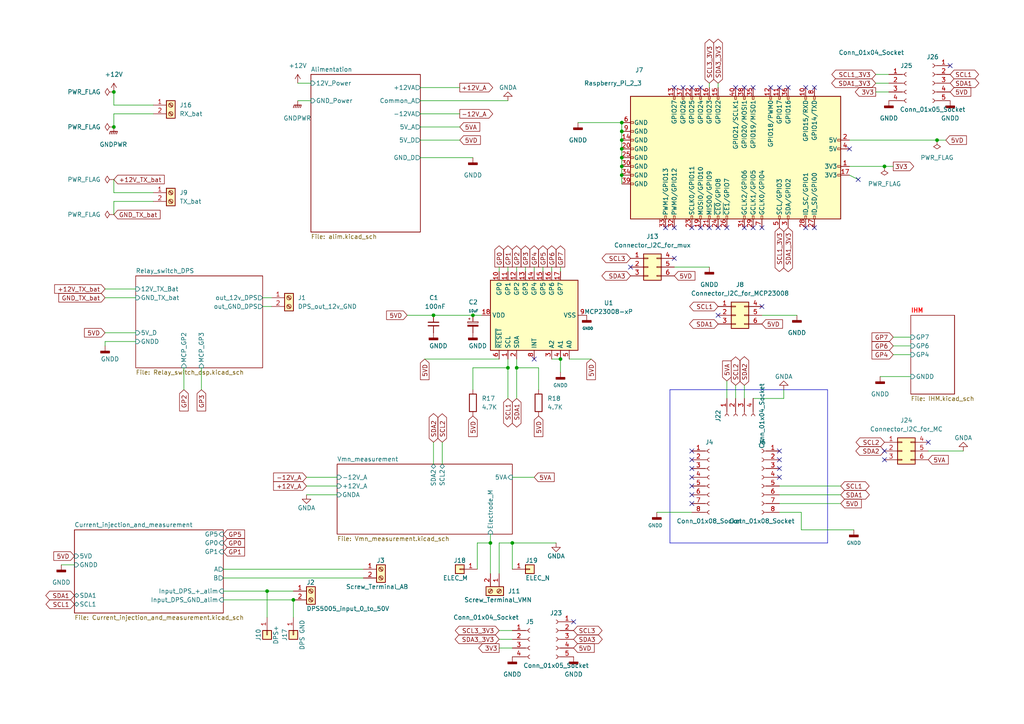
<source format=kicad_sch>
(kicad_sch (version 20231120) (generator "eeschema") (generator_version "8.0")
  (paper "A4")
  (title_block (title "Ohmpi_measurement_board") (company "OhmPi team"))
  (lib_symbols
    (symbol "+12V_1" (power) (pin_names (offset 0))
      (property "Value" "+12V_1" (at 0 3.556 0))
      (symbol "+12V_1_1_1"
        (pin power_in line (at 0 0 90) (length 0) hide (name "+12V") (number "1"))
      )
    )
    (symbol "Connector:Conn_01x04_Socket" (pin_names (offset 1.016) hide)
      (property "Reference" "J" (at 0 5.08 0))
      (property "Value" "Conn_01x04_Socket" (at 0 -7.62 0))
      (symbol "Conn_01x04_Socket_1_1"
        (pin passive line (at -5.08 2.54 0) (length 3.81) (name "Pin_1") (number "1"))
        (pin passive line (at -5.08 0 0) (length 3.81) (name "Pin_2") (number "2"))
        (pin passive line (at -5.08 -2.54 0) (length 3.81) (name "Pin_3") (number "3"))
        (pin passive line (at -5.08 -5.08 0) (length 3.81) (name "Pin_4") (number "4"))
      )
    )
    (symbol "Connector:Conn_01x05_Socket" (pin_names (offset 1.016) hide)
      (property "Reference" "J" (at 0 7.62 0))
      (property "Value" "Conn_01x05_Socket" (at 0 -7.62 0))
      (symbol "Conn_01x05_Socket_1_1"
        (pin passive line (at -5.08 5.08 0) (length 3.81) (name "Pin_1") (number "1"))
        (pin passive line (at -5.08 2.54 0) (length 3.81) (name "Pin_2") (number "2"))
        (pin passive line (at -5.08 0 0) (length 3.81) (name "Pin_3") (number "3"))
        (pin passive line (at -5.08 -2.54 0) (length 3.81) (name "Pin_4") (number "4"))
        (pin passive line (at -5.08 -5.08 0) (length 3.81) (name "Pin_5") (number "5"))
      )
    )
    (symbol "Connector:Conn_01x08_Socket" (pin_names (offset 1.016) hide)
      (property "Reference" "J" (at 0 10.16 0))
      (property "Value" "Conn_01x08_Socket" (at 0 -12.7 0))
      (symbol "Conn_01x08_Socket_1_1"
        (pin passive line (at -5.08 7.62 0) (length 3.81) (name "Pin_1") (number "1"))
        (pin passive line (at -5.08 5.08 0) (length 3.81) (name "Pin_2") (number "2"))
        (pin passive line (at -5.08 2.54 0) (length 3.81) (name "Pin_3") (number "3"))
        (pin passive line (at -5.08 0 0) (length 3.81) (name "Pin_4") (number "4"))
        (pin passive line (at -5.08 -2.54 0) (length 3.81) (name "Pin_5") (number "5"))
        (pin passive line (at -5.08 -5.08 0) (length 3.81) (name "Pin_6") (number "6"))
        (pin passive line (at -5.08 -7.62 0) (length 3.81) (name "Pin_7") (number "7"))
        (pin passive line (at -5.08 -10.16 0) (length 3.81) (name "Pin_8") (number "8"))
      )
    )
    (symbol "Connector:Raspberry_Pi_2_3" (pin_names (offset 1.016))
      (property "Reference" "J" (at -17.78 31.75 0))
      (property "Value" "Raspberry_Pi_2_3" (at 10.16 -31.75 0))
      (symbol "Raspberry_Pi_2_3_1_1"
        (pin power_in line (at 2.54 33.02 270) (length 2.54) (name "3V3") (number "1"))
        (pin bidirectional line (at -20.32 20.32 0) (length 2.54) (name "GPIO15/RXD") (number "10"))
        (pin bidirectional line (at -20.32 12.7 0) (length 2.54) (name "GPIO17") (number "11"))
        (pin bidirectional line (at -20.32 10.16 0) (length 2.54) (name "GPIO18/PWM0") (number "12"))
        (pin bidirectional line (at -20.32 -17.78 0) (length 2.54) (name "GPIO27") (number "13"))
        (pin power_in line (at -5.08 -33.02 90) (length 2.54) (name "GND") (number "14"))
        (pin bidirectional line (at -20.32 -5.08 0) (length 2.54) (name "GPIO22") (number "15"))
        (pin bidirectional line (at -20.32 -7.62 0) (length 2.54) (name "GPIO23") (number "16"))
        (pin power_in line (at 5.08 33.02 270) (length 2.54) (name "3V3") (number "17"))
        (pin bidirectional line (at -20.32 -10.16 0) (length 2.54) (name "GPIO24") (number "18"))
        (pin bidirectional line (at 20.32 -10.16 180) (length 2.54) (name "MOSI0/GPIO10") (number "19"))
        (pin power_in line (at -5.08 33.02 270) (length 2.54) (name "5V") (number "2"))
        (pin power_in line (at -2.54 -33.02 90) (length 2.54) (name "GND") (number "20"))
        (pin bidirectional line (at 20.32 -7.62 180) (length 2.54) (name "MISO0/GPIO9") (number "21"))
        (pin bidirectional line (at -20.32 -12.7 0) (length 2.54) (name "GPIO25") (number "22"))
        (pin bidirectional line (at 20.32 -12.7 180) (length 2.54) (name "SCLK0/GPIO11") (number "23"))
        (pin bidirectional line (at 20.32 -5.08 180) (length 2.54) (name "~{CE0}/GPIO8") (number "24"))
        (pin power_in line (at 0 -33.02 90) (length 2.54) (name "GND") (number "25"))
        (pin bidirectional line (at 20.32 -2.54 180) (length 2.54) (name "~{CE1}/GPIO7") (number "26"))
        (pin bidirectional line (at 20.32 22.86 180) (length 2.54) (name "ID_SD/GPIO0") (number "27"))
        (pin bidirectional line (at 20.32 20.32 180) (length 2.54) (name "ID_SC/GPIO1") (number "28"))
        (pin bidirectional line (at 20.32 5.08 180) (length 2.54) (name "GCLK1/GPIO5") (number "29"))
        (pin bidirectional line (at 20.32 15.24 180) (length 2.54) (name "SDA/GPIO2") (number "3"))
        (pin power_in line (at 2.54 -33.02 90) (length 2.54) (name "GND") (number "30"))
        (pin bidirectional line (at 20.32 2.54 180) (length 2.54) (name "GCLK2/GPIO6") (number "31"))
        (pin bidirectional line (at 20.32 -17.78 180) (length 2.54) (name "PWM0/GPIO12") (number "32"))
        (pin bidirectional line (at 20.32 -20.32 180) (length 2.54) (name "PWM1/GPIO13") (number "33"))
        (pin power_in line (at 5.08 -33.02 90) (length 2.54) (name "GND") (number "34"))
        (pin bidirectional line (at -20.32 5.08 0) (length 2.54) (name "GPIO19/MISO1") (number "35"))
        (pin bidirectional line (at -20.32 15.24 0) (length 2.54) (name "GPIO16") (number "36"))
        (pin bidirectional line (at -20.32 -15.24 0) (length 2.54) (name "GPIO26") (number "37"))
        (pin bidirectional line (at -20.32 2.54 0) (length 2.54) (name "GPIO20/MOSI1") (number "38"))
        (pin power_in line (at 7.62 -33.02 90) (length 2.54) (name "GND") (number "39"))
        (pin power_in line (at -2.54 33.02 270) (length 2.54) (name "5V") (number "4"))
        (pin bidirectional line (at -20.32 0 0) (length 2.54) (name "GPIO21/SCLK1") (number "40"))
        (pin bidirectional line (at 20.32 12.7 180) (length 2.54) (name "SCL/GPIO3") (number "5"))
        (pin power_in line (at -10.16 -33.02 90) (length 2.54) (name "GND") (number "6"))
        (pin bidirectional line (at 20.32 7.62 180) (length 2.54) (name "GCLK0/GPIO4") (number "7"))
        (pin bidirectional line (at -20.32 22.86 0) (length 2.54) (name "GPIO14/TXD") (number "8"))
        (pin power_in line (at -7.62 -33.02 90) (length 2.54) (name "GND") (number "9"))
      )
    )
    (symbol "Connector:Screw_Terminal_01x02" (pin_names (offset 1.016) hide)
      (property "Reference" "J" (at 0 2.54 0))
      (property "Value" "Screw_Terminal_01x02" (at 0 -5.08 0))
      (symbol "Screw_Terminal_01x02_1_1"
        (pin passive line (at -5.08 0 0) (length 3.81) (name "Pin_1") (number "1"))
        (pin passive line (at -5.08 -2.54 0) (length 3.81) (name "Pin_2") (number "2"))
      )
    )
    (symbol "Connector_Generic:Conn_01x01" (pin_names (offset 1.016) hide)
      (property "Reference" "J" (at 0 2.54 0))
      (property "Value" "Conn_01x01" (at 0 -2.54 0))
      (symbol "Conn_01x01_1_1"
        (pin passive line (at -5.08 0 0) (length 3.81) (name "Pin_1") (number "1"))
      )
    )
    (symbol "Connector_Generic:Conn_02x03_Top_Bottom" (pin_names (offset 1.016) hide)
      (property "Reference" "J" (at 1.27 5.08 0))
      (property "Value" "Conn_02x03_Top_Bottom" (at 1.27 -5.08 0))
      (symbol "Conn_02x03_Top_Bottom_1_1"
        (pin passive line (at -5.08 2.54 0) (length 3.81) (name "Pin_1") (number "1"))
        (pin passive line (at -5.08 0 0) (length 3.81) (name "Pin_2") (number "2"))
        (pin passive line (at -5.08 -2.54 0) (length 3.81) (name "Pin_3") (number "3"))
        (pin passive line (at 7.62 2.54 180) (length 3.81) (name "Pin_4") (number "4"))
        (pin passive line (at 7.62 0 180) (length 3.81) (name "Pin_5") (number "5"))
        (pin passive line (at 7.62 -2.54 180) (length 3.81) (name "Pin_6") (number "6"))
      )
    )
    (symbol "Device:C_Polarized_Small" (pin_numbers hide) (pin_names (offset 0.254) hide)
      (property "Reference" "C" (at 0.254 1.778 0))
      (property "Value" "C_Polarized_Small" (at 0.254 -2.032 0))
      (symbol "C_Polarized_Small_1_1"
        (pin passive line (at 0 2.54 270) (length 1.8542) (name "~") (number "1"))
        (pin passive line (at 0 -2.54 90) (length 1.8542) (name "~") (number "2"))
      )
    )
    (symbol "Device:C_Small" (pin_numbers hide) (pin_names (offset 0.254) hide)
      (property "Reference" "C" (at 0.254 1.778 0))
      (property "Value" "C_Small" (at 0.254 -2.032 0))
      (symbol "C_Small_1_1"
        (pin passive line (at 0 2.54 270) (length 2.032) (name "~") (number "1"))
        (pin passive line (at 0 -2.54 90) (length 2.032) (name "~") (number "2"))
      )
    )
    (symbol "Device:R" (pin_numbers hide) (pin_names (offset 0))
      (property "Reference" "R" (at 2.032 0 90))
      (property "Value" "R" (at 0 0 90))
      (symbol "R_1_1"
        (pin passive line (at 0 3.81 270) (length 1.27) (name "~") (number "1"))
        (pin passive line (at 0 -3.81 90) (length 1.27) (name "~") (number "2"))
      )
    )
    (symbol "GNDA_1" (power) (pin_names (offset 0))
      (property "Value" "GNDA_1" (at 0 -3.81 0))
      (symbol "GNDA_1_1_1"
        (pin power_in line (at 0 0 270) (length 0) hide (name "GNDA") (number "1"))
      )
    )
    (symbol "GNDA_2" (power) (pin_names (offset 0))
      (property "Value" "GNDA_2" (at 0 -3.81 0))
      (symbol "GNDA_2_1_1"
        (pin power_in line (at 0 0 270) (length 0) hide (name "GNDA") (number "1"))
      )
    )
    (symbol "GNDA_3" (power) (pin_names (offset 0))
      (property "Value" "GNDA_3" (at 0 -3.81 0))
      (symbol "GNDA_3_1_1"
        (pin power_in line (at 0 0 270) (length 0) hide (name "GNDA") (number "1"))
      )
    )
    (symbol "GNDA_4" (power) (pin_names (offset 0))
      (property "Value" "GNDA_4" (at 0 -3.81 0))
      (symbol "GNDA_4_1_1"
        (pin power_in line (at 0 0 270) (length 0) hide (name "GNDA") (number "1"))
      )
    )
    (symbol "GNDD_1" (power) (pin_names (offset 0))
      (property "Value" "GNDD_1" (at 0 -3.175 0))
      (symbol "GNDD_1_1_1"
        (pin power_in line (at 0 0 270) (length 0) hide (name "GNDD") (number "1"))
      )
    )
    (symbol "GNDD_10" (power) (pin_names (offset 0))
      (property "Value" "GNDD_10" (at 0 -3.175 0))
      (symbol "GNDD_10_1_1"
        (pin power_in line (at 0 0 270) (length 0) hide (name "GNDD") (number "1"))
      )
    )
    (symbol "GNDD_2" (power) (pin_names (offset 0))
      (property "Value" "GNDD_2" (at 0 -3.175 0))
      (symbol "GNDD_2_1_1"
        (pin power_in line (at 0 0 270) (length 0) hide (name "GNDD") (number "1"))
      )
    )
    (symbol "GNDD_3" (power) (pin_names (offset 0))
      (property "Value" "GNDD_3" (at 0 -3.175 0))
      (symbol "GNDD_3_1_1"
        (pin power_in line (at 0 0 270) (length 0) hide (name "GNDD") (number "1"))
      )
    )
    (symbol "GNDD_4" (power) (pin_names (offset 0))
      (property "Value" "GNDD_4" (at 0 -3.175 0))
      (symbol "GNDD_4_1_1"
        (pin power_in line (at 0 0 270) (length 0) hide (name "GNDD") (number "1"))
      )
    )
    (symbol "GNDD_5" (power) (pin_names (offset 0))
      (property "Value" "GNDD_5" (at 0 -3.175 0))
      (symbol "GNDD_5_1_1"
        (pin power_in line (at 0 0 270) (length 0) hide (name "GNDD") (number "1"))
      )
    )
    (symbol "GNDD_6" (power) (pin_names (offset 0))
      (property "Value" "GNDD_6" (at 0 -3.175 0))
      (symbol "GNDD_6_1_1"
        (pin power_in line (at 0 0 270) (length 0) hide (name "GNDD") (number "1"))
      )
    )
    (symbol "GNDD_7" (power) (pin_names (offset 0))
      (property "Value" "GNDD_7" (at 0 -3.175 0))
      (symbol "GNDD_7_1_1"
        (pin power_in line (at 0 0 270) (length 0) hide (name "GNDD") (number "1"))
      )
    )
    (symbol "GNDD_8" (power) (pin_names (offset 0))
      (property "Value" "GNDD_8" (at 0 -3.175 0))
      (symbol "GNDD_8_1_1"
        (pin power_in line (at 0 0 270) (length 0) hide (name "GNDD") (number "1"))
      )
    )
    (symbol "GNDD_9" (power) (pin_names (offset 0))
      (property "Value" "GNDD_9" (at 0 -3.175 0))
      (symbol "GNDD_9_1_1"
        (pin power_in line (at 0 0 270) (length 0) hide (name "GNDD") (number "1"))
      )
    )
    (symbol "GNDPWR_1" (power) (pin_names (offset 0))
      (property "Value" "GNDPWR_1" (at 0 -3.302 0))
      (symbol "GNDPWR_1_1_1"
        (pin power_in line (at 0 0 270) (length 0) hide (name "GNDPWR") (number "1"))
      )
    )
    (symbol "Interface_Expansion:MCP23008-xP"
      (property "Reference" "U" (at -8.89 13.97 0))
      (property "Value" "MCP23008-xP" (at 8.89 13.97 0))
      (symbol "MCP23008-xP_1_1"
        (pin input line (at -12.7 7.62 0) (length 2.54) (name "SCL") (number "1"))
        (pin bidirectional line (at 12.7 10.16 180) (length 2.54) (name "GP0") (number "10"))
        (pin bidirectional line (at 12.7 7.62 180) (length 2.54) (name "GP1") (number "11"))
        (pin bidirectional line (at 12.7 5.08 180) (length 2.54) (name "GP2") (number "12"))
        (pin bidirectional line (at 12.7 2.54 180) (length 2.54) (name "GP3") (number "13"))
        (pin bidirectional line (at 12.7 0 180) (length 2.54) (name "GP4") (number "14"))
        (pin bidirectional line (at 12.7 -2.54 180) (length 2.54) (name "GP5") (number "15"))
        (pin bidirectional line (at 12.7 -5.08 180) (length 2.54) (name "GP6") (number "16"))
        (pin bidirectional line (at 12.7 -7.62 180) (length 2.54) (name "GP7") (number "17"))
        (pin power_in line (at 0 15.24 270) (length 2.54) (name "VDD") (number "18"))
        (pin bidirectional line (at -12.7 5.08 0) (length 2.54) (name "SDA") (number "2"))
        (pin input line (at -12.7 -5.08 0) (length 2.54) (name "A2") (number "3"))
        (pin input line (at -12.7 -7.62 0) (length 2.54) (name "A1") (number "4"))
        (pin input line (at -12.7 -10.16 0) (length 2.54) (name "A0") (number "5"))
        (pin input line (at -12.7 10.16 0) (length 2.54) (name "~{RESET}") (number "6"))
        (pin no_connect line (at -10.16 -2.54 0) (length 2.54) hide (name "NC") (number "7"))
        (pin output line (at -12.7 0 0) (length 2.54) (name "INT") (number "8"))
        (pin power_in line (at 0 -15.24 90) (length 2.54) (name "VSS") (number "9"))
      )
    )
    (symbol "PWR_FLAG_1" (power) (pin_numbers hide) (pin_names (offset 0) hide)
      (property "Value" "PWR_FLAG_1" (at 0 3.81 0))
      (symbol "PWR_FLAG_1_0_0"
        (pin power_out line (at 0 0 90) (length 0) (name "pwr") (number "1"))
      )
    )
    (symbol "PWR_FLAG_2" (power) (pin_numbers hide) (pin_names (offset 0) hide)
      (property "Value" "PWR_FLAG_2" (at 0 3.81 0))
      (symbol "PWR_FLAG_2_0_0"
        (pin power_out line (at 0 0 90) (length 0) (name "pwr") (number "1"))
      )
    )
    (symbol "power:+12V" (power) (pin_names (offset 0))
      (property "Value" "+12V" (at 0 3.556 0))
      (symbol "+12V_1_1"
        (pin power_in line (at 0 0 90) (length 0) hide (name "+12V") (number "1"))
      )
    )
    (symbol "power:GNDA" (power) (pin_names (offset 0))
      (property "Value" "GNDA" (at 0 -3.81 0))
      (symbol "GNDA_1_1"
        (pin power_in line (at 0 0 270) (length 0) hide (name "GNDA") (number "1"))
      )
    )
    (symbol "power:GNDD" (power) (pin_names (offset 0))
      (property "Value" "GNDD" (at 0 -3.175 0))
      (symbol "GNDD_1_1"
        (pin power_in line (at 0 0 270) (length 0) hide (name "GNDD") (number "1"))
      )
    )
    (symbol "power:GNDPWR" (power) (pin_names (offset 0))
      (property "Value" "GNDPWR" (at 0 -3.302 0))
      (symbol "GNDPWR_1_1"
        (pin power_in line (at 0 0 270) (length 0) hide (name "GNDPWR") (number "1"))
      )
    )
    (symbol "power:PWR_FLAG" (power) (pin_numbers hide) (pin_names (offset 0) hide)
      (property "Value" "PWR_FLAG" (at 0 3.81 0))
      (symbol "PWR_FLAG_0_0"
        (pin power_out line (at 0 0 90) (length 0) (name "pwr") (number "1"))
      )
    )
  )
  (junction (at 180.34 45.72))
  (junction (at 149.86 106.68))
  (junction (at 85.09 173.99))
  (junction (at 256.54 48.26))
  (junction (at 125.73 91.44))
  (junction (at 148.59 157.48))
  (junction (at 180.34 40.64))
  (junction (at 137.16 91.44))
  (junction (at 180.34 38.1))
  (junction (at 33.02 36.83))
  (junction (at 180.34 48.26))
  (junction (at 162.56 104.14))
  (junction (at 33.02 26.67))
  (junction (at 77.47 171.45))
  (junction (at 180.34 50.8))
  (junction (at 180.34 35.56))
  (junction (at 271.78 40.64))
  (junction (at 180.34 43.18))
  (junction (at 142.24 157.48))
  (junction (at 147.32 106.68))
  (no_connect (at 200.66 140.97))
  (no_connect (at 200.66 135.89))
  (no_connect (at 200.66 138.43))
  (no_connect (at 200.66 130.81))
  (no_connect (at 200.66 133.35))
  (no_connect (at 200.66 143.51))
  (no_connect (at 200.66 146.05))
  (no_connect (at 154.94 104.14))
  (no_connect (at 269.24 128.27))
  (no_connect (at 248.92 52.07))
  (no_connect (at 246.38 43.18))
  (no_connect (at 182.88 77.47))
  (no_connect (at 195.58 74.93))
  (no_connect (at 256.54 130.81))
  (no_connect (at 275.59 19.05))
  (no_connect (at 166.37 180.34))
  (no_connect (at 220.98 88.9))
  (no_connect (at 208.28 91.44))
  (no_connect (at 226.06 138.43))
  (no_connect (at 226.06 130.81))
  (no_connect (at 226.06 133.35))
  (no_connect (at 226.06 135.89))
  (no_connect (at 223.52 25.4))
  (no_connect (at 226.06 25.4))
  (no_connect (at 228.6 25.4))
  (no_connect (at 233.68 25.4))
  (no_connect (at 236.22 25.4))
  (no_connect (at 195.58 25.4))
  (no_connect (at 198.12 25.4))
  (no_connect (at 200.66 25.4))
  (no_connect (at 203.2 25.4))
  (no_connect (at 213.36 25.4))
  (no_connect (at 215.9 25.4))
  (no_connect (at 218.44 25.4))
  (no_connect (at 233.68 66.04))
  (no_connect (at 236.22 66.04))
  (no_connect (at 210.82 66.04))
  (no_connect (at 215.9 66.04))
  (no_connect (at 218.44 66.04))
  (no_connect (at 220.98 66.04))
  (no_connect (at 200.66 66.04))
  (no_connect (at 203.2 66.04))
  (no_connect (at 205.74 66.04))
  (no_connect (at 208.28 66.04))
  (no_connect (at 195.58 66.04))
  (no_connect (at 193.04 66.04))
  (no_connect (at 256.54 133.35))
  (wire (pts (xy 138.43 157.48) (xy 138.43 165.1)))
  (wire (pts (xy 44.45 58.42) (xy 33.02 58.42)))
  (wire (pts (xy 208.28 24.13) (xy 208.28 25.4)))
  (wire (pts (xy 33.02 55.88) (xy 33.02 52.07)))
  (wire (pts (xy 121.92 40.64) (xy 133.35 40.64)))
  (wire (pts (xy 148.59 157.48) (xy 144.78 157.48)))
  (wire (pts (xy 147.32 106.68) (xy 147.32 104.14)))
  (wire (pts (xy 33.02 58.42) (xy 33.02 62.23)))
  (wire (pts (xy 53.34 106.68) (xy 53.34 113.03)))
  (wire (pts (xy 44.45 30.48) (xy 33.02 30.48)))
  (polyline (pts (xy 194.31 157.48) (xy 240.03 157.48)))
  (wire (pts (xy 64.77 171.45) (xy 77.47 171.45)))
  (polyline (pts (xy 194.31 113.03) (xy 240.03 113.03)))
  (wire (pts (xy 30.48 99.06) (xy 30.48 100.33)))
  (wire (pts (xy 220.98 91.44) (xy 231.14 91.44)))
  (wire (pts (xy 247.65 153.67) (xy 232.41 153.67)))
  (wire (pts (xy 144.78 77.47) (xy 144.78 78.74)))
  (wire (pts (xy 190.5 148.59) (xy 200.66 148.59)))
  (wire (pts (xy 180.34 50.8) (xy 180.34 53.34)))
  (wire (pts (xy 30.48 96.52) (xy 39.37 96.52)))
  (wire (pts (xy 226.06 146.05) (xy 243.84 146.05)))
  (wire (pts (xy 144.78 182.88) (xy 148.59 182.88)))
  (wire (pts (xy 33.02 30.48) (xy 33.02 26.67)))
  (wire (pts (xy 162.56 107.95) (xy 162.56 104.14)))
  (wire (pts (xy 274.32 40.64) (xy 271.78 40.64)))
  (wire (pts (xy 64.77 165.1) (xy 105.41 165.1)))
  (wire (pts (xy 121.92 36.83) (xy 133.35 36.83)))
  (wire (pts (xy 254 24.13) (xy 257.81 24.13)))
  (wire (pts (xy 86.36 24.13) (xy 90.17 24.13)))
  (wire (pts (xy 254 26.67) (xy 257.81 26.67)))
  (polyline (pts (xy 240.03 157.48) (xy 240.03 113.03)))
  (wire (pts (xy 156.21 113.03) (xy 156.21 106.68)))
  (wire (pts (xy 160.02 77.47) (xy 160.02 78.74)))
  (wire (pts (xy 147.32 77.47) (xy 147.32 78.74)))
  (wire (pts (xy 121.92 45.72) (xy 137.16 45.72)))
  (wire (pts (xy 77.47 171.45) (xy 77.47 179.07)))
  (wire (pts (xy 167.64 35.56) (xy 180.34 35.56)))
  (wire (pts (xy 118.11 91.44) (xy 125.73 91.44)))
  (wire (pts (xy 154.94 77.47) (xy 154.94 78.74)))
  (wire (pts (xy 39.37 99.06) (xy 30.48 99.06)))
  (wire (pts (xy 180.34 45.72) (xy 180.34 48.26)))
  (wire (pts (xy 137.16 106.68) (xy 147.32 106.68)))
  (wire (pts (xy 30.48 86.36) (xy 39.37 86.36)))
  (wire (pts (xy 226.06 140.97) (xy 243.84 140.97)))
  (wire (pts (xy 144.78 187.96) (xy 148.59 187.96)))
  (wire (pts (xy 88.9 140.97) (xy 97.79 140.97)))
  (wire (pts (xy 157.48 77.47) (xy 157.48 78.74)))
  (wire (pts (xy 226.06 143.51) (xy 243.84 143.51)))
  (wire (pts (xy 85.09 173.99) (xy 85.09 179.07)))
  (wire (pts (xy 148.59 138.43) (xy 154.94 138.43)))
  (wire (pts (xy 30.48 83.82) (xy 39.37 83.82)))
  (wire (pts (xy 269.24 130.81) (xy 279.4 130.81)))
  (wire (pts (xy 128.27 128.27) (xy 128.27 134.62)))
  (wire (pts (xy 121.92 25.4) (xy 133.35 25.4)))
  (wire (pts (xy 148.59 157.48) (xy 148.59 165.1)))
  (wire (pts (xy 88.9 138.43) (xy 97.79 138.43)))
  (wire (pts (xy 180.34 35.56) (xy 180.34 38.1)))
  (wire (pts (xy 125.73 128.27) (xy 125.73 134.62)))
  (wire (pts (xy 213.36 111.76) (xy 213.36 115.57)))
  (wire (pts (xy 123.19 104.14) (xy 144.78 104.14)))
  (wire (pts (xy 64.77 173.99) (xy 85.09 173.99)))
  (wire (pts (xy 218.44 115.57) (xy 227.33 115.57)))
  (wire (pts (xy 147.32 115.57) (xy 147.32 106.68)))
  (wire (pts (xy 259.08 97.79) (xy 264.16 97.79)))
  (wire (pts (xy 121.92 29.21) (xy 147.32 29.21)))
  (wire (pts (xy 44.45 33.02) (xy 33.02 33.02)))
  (wire (pts (xy 180.34 38.1) (xy 180.34 40.64)))
  (wire (pts (xy 149.86 115.57) (xy 149.86 106.68)))
  (wire (pts (xy 259.08 100.33) (xy 264.16 100.33)))
  (wire (pts (xy 162.56 77.47) (xy 162.56 78.74)))
  (wire (pts (xy 76.2 88.9) (xy 78.74 88.9)))
  (wire (pts (xy 161.29 157.48) (xy 148.59 157.48)))
  (wire (pts (xy 64.77 167.64) (xy 105.41 167.64)))
  (wire (pts (xy 142.24 157.48) (xy 142.24 166.37)))
  (wire (pts (xy 137.16 113.03) (xy 137.16 106.68)))
  (wire (pts (xy 255.27 109.22) (xy 264.16 109.22)))
  (wire (pts (xy 259.08 102.87) (xy 264.16 102.87)))
  (wire (pts (xy 210.82 110.49) (xy 210.82 115.57)))
  (wire (pts (xy 180.34 43.18) (xy 180.34 45.72)))
  (wire (pts (xy 226.06 148.59) (xy 232.41 148.59)))
  (wire (pts (xy 246.38 48.26) (xy 256.54 48.26)))
  (wire (pts (xy 180.34 48.26) (xy 180.34 50.8)))
  (wire (pts (xy 44.45 55.88) (xy 33.02 55.88)))
  (wire (pts (xy 149.86 106.68) (xy 149.86 104.14)))
  (wire (pts (xy 86.36 29.21) (xy 90.17 29.21)))
  (wire (pts (xy 142.24 154.94) (xy 142.24 157.48)))
  (wire (pts (xy 77.47 171.45) (xy 85.09 171.45)))
  (wire (pts (xy 227.33 115.57) (xy 227.33 113.03)))
  (wire (pts (xy 144.78 157.48) (xy 144.78 166.37)))
  (wire (pts (xy 149.86 77.47) (xy 149.86 78.74)))
  (wire (pts (xy 137.16 91.44) (xy 139.7 91.44)))
  (wire (pts (xy 152.4 77.47) (xy 152.4 78.74)))
  (wire (pts (xy 165.1 104.14) (xy 171.45 104.14)))
  (wire (pts (xy 180.34 40.64) (xy 180.34 43.18)))
  (wire (pts (xy 17.78 163.83) (xy 21.59 163.83)))
  (wire (pts (xy 205.74 24.13) (xy 205.74 25.4)))
  (wire (pts (xy 125.73 91.44) (xy 137.16 91.44)))
  (wire (pts (xy 215.9 111.76) (xy 215.9 115.57)))
  (wire (pts (xy 160.02 104.14) (xy 162.56 104.14)))
  (wire (pts (xy 33.02 33.02) (xy 33.02 36.83)))
  (wire (pts (xy 254 21.59) (xy 257.81 21.59)))
  (wire (pts (xy 142.24 157.48) (xy 138.43 157.48)))
  (wire (pts (xy 121.92 33.02) (xy 133.35 33.02)))
  (wire (pts (xy 248.92 52.07) (xy 246.38 50.8)))
  (wire (pts (xy 144.78 185.42) (xy 148.59 185.42)))
  (wire (pts (xy 76.2 86.36) (xy 78.74 86.36)))
  (polyline (pts (xy 194.31 113.03) (xy 194.31 157.48)))
  (wire (pts (xy 271.78 40.64) (xy 246.38 40.64)))
  (wire (pts (xy 195.58 77.47) (xy 205.74 77.47)))
  (wire (pts (xy 232.41 153.67) (xy 232.41 148.59)))
  (wire (pts (xy 58.42 106.68) (xy 58.42 113.03)))
  (wire (pts (xy 88.9 143.51) (xy 97.79 143.51)))
  (wire (pts (xy 156.21 106.68) (xy 149.86 106.68)))
  (wire (pts (xy 256.54 48.26) (xy 259.08 48.26)))
  (global_label "GP7" (shape input) (at 259.08 97.79 180) (property "Intersheetrefs" "${INTERSHEET_REFS}" (effects (hide yes))))
  (global_label "SCL1" (shape bidirectional) (at 21.59 175.26 180) (property "Intersheetrefs" "${INTERSHEET_REFS}" (effects (hide yes))))
  (global_label "5VA" (shape input) (at 133.35 36.83 0) (property "Intersheetrefs" "${INTERSHEET_REFS}" (effects (hide yes))))
  (global_label "SDA3_3V3" (shape bidirectional) (at 208.28 24.13 90) (property "Intersheetrefs" "${INTERSHEET_REFS}" (effects (hide yes))))
  (global_label "5VA" (shape input) (at 210.82 110.49 90) (property "Intersheetrefs" "${INTERSHEET_REFS}" (effects (hide yes))))
  (global_label "5VD" (shape input) (at 156.21 120.65 270) (property "Intersheetrefs" "${INTERSHEET_REFS}" (effects (hide yes))))
  (global_label "GP4" (shape input) (at 259.08 102.87 180) (property "Intersheetrefs" "${INTERSHEET_REFS}" (effects (hide yes))))
  (global_label "SDA1" (shape bidirectional) (at 149.86 115.57 270) (property "Intersheetrefs" "${INTERSHEET_REFS}" (effects (hide yes))))
  (global_label "3V3" (shape output) (at 259.08 48.26 0) (property "Intersheetrefs" "${INTERSHEET_REFS}" (effects (hide yes))))
  (global_label "SCL2" (shape bidirectional) (at 213.36 111.76 90) (property "Intersheetrefs" "${INTERSHEET_REFS}" (effects (hide yes))))
  (global_label "GP3" (shape input) (at 58.42 113.03 270) (property "Intersheetrefs" "${INTERSHEET_REFS}" (effects (hide yes))))
  (global_label "SDA3" (shape bidirectional) (at 166.37 185.42 0) (property "Intersheetrefs" "${INTERSHEET_REFS}" (effects (hide yes))))
  (global_label "-12V_A" (shape output) (at 133.35 33.02 0) (property "Intersheetrefs" "${INTERSHEET_REFS}" (effects (hide yes))))
  (global_label "SDA2" (shape bidirectional) (at 256.54 130.81 180) (property "Intersheetrefs" "${INTERSHEET_REFS}" (effects (hide yes))))
  (global_label "GND_TX_bat" (shape input) (at 33.02 62.23 0) (property "Intersheetrefs" "${INTERSHEET_REFS}" (effects (hide yes))))
  (global_label "SCL2" (shape bidirectional) (at 128.27 128.27 90) (property "Intersheetrefs" "${INTERSHEET_REFS}" (effects (hide yes))))
  (global_label "5VD" (shape input) (at 166.37 187.96 0) (property "Intersheetrefs" "${INTERSHEET_REFS}" (effects (hide yes))))
  (global_label "3V3" (shape output) (at 144.78 187.96 180) (property "Intersheetrefs" "${INTERSHEET_REFS}" (effects (hide yes))))
  (global_label "SCL1" (shape bidirectional) (at 275.59 21.59 0) (property "Intersheetrefs" "${INTERSHEET_REFS}" (effects (hide yes))))
  (global_label "SDA1" (shape bidirectional) (at 21.59 172.72 180) (property "Intersheetrefs" "${INTERSHEET_REFS}" (effects (hide yes))))
  (global_label "SDA1_3V3" (shape bidirectional) (at 228.6 66.04 270) (property "Intersheetrefs" "${INTERSHEET_REFS}" (effects (hide yes))))
  (global_label "SDA2" (shape bidirectional) (at 215.9 111.76 90) (property "Intersheetrefs" "${INTERSHEET_REFS}" (effects (hide yes))))
  (global_label "5VD" (shape input) (at 274.32 40.64 0) (property "Intersheetrefs" "${INTERSHEET_REFS}" (effects (hide yes))))
  (global_label "GND_TX_bat" (shape input) (at 30.48 86.36 180) (property "Intersheetrefs" "${INTERSHEET_REFS}" (effects (hide yes))))
  (global_label "5VD" (shape input) (at 220.98 93.98 0) (property "Intersheetrefs" "${INTERSHEET_REFS}" (effects (hide yes))))
  (global_label "GP3" (shape output) (at 152.4 77.47 90) (property "Intersheetrefs" "${INTERSHEET_REFS}" (effects (hide yes))))
  (global_label "5VD" (shape input) (at 30.48 96.52 180) (property "Intersheetrefs" "${INTERSHEET_REFS}" (effects (hide yes))))
  (global_label "5VD" (shape input) (at 137.16 120.65 270) (property "Intersheetrefs" "${INTERSHEET_REFS}" (effects (hide yes))))
  (global_label "GP1" (shape input) (at 64.77 160.02 0) (property "Intersheetrefs" "${INTERSHEET_REFS}" (effects (hide yes))))
  (global_label "GP5" (shape input) (at 64.77 154.94 0) (property "Intersheetrefs" "${INTERSHEET_REFS}" (effects (hide yes))))
  (global_label "SCL3" (shape bidirectional) (at 166.37 182.88 0) (property "Intersheetrefs" "${INTERSHEET_REFS}" (effects (hide yes))))
  (global_label "+12V_TX_bat" (shape input) (at 33.02 52.07 0) (property "Intersheetrefs" "${INTERSHEET_REFS}" (effects (hide yes))))
  (global_label "GP5" (shape output) (at 157.48 77.47 90) (property "Intersheetrefs" "${INTERSHEET_REFS}" (effects (hide yes))))
  (global_label "5VD" (shape input) (at 243.84 146.05 0) (property "Intersheetrefs" "${INTERSHEET_REFS}" (effects (hide yes))))
  (global_label "SCL1_3V3" (shape bidirectional) (at 226.06 66.04 270) (property "Intersheetrefs" "${INTERSHEET_REFS}" (effects (hide yes))))
  (global_label "SCL1" (shape bidirectional) (at 208.28 88.9 180) (property "Intersheetrefs" "${INTERSHEET_REFS}" (effects (hide yes))))
  (global_label "GP6" (shape input) (at 259.08 100.33 180) (property "Intersheetrefs" "${INTERSHEET_REFS}" (effects (hide yes))))
  (global_label "GP2" (shape output) (at 149.86 77.47 90) (property "Intersheetrefs" "${INTERSHEET_REFS}" (effects (hide yes))))
  (global_label "SCL2" (shape bidirectional) (at 256.54 128.27 180) (property "Intersheetrefs" "${INTERSHEET_REFS}" (effects (hide yes))))
  (global_label "GP7" (shape output) (at 162.56 77.47 90) (property "Intersheetrefs" "${INTERSHEET_REFS}" (effects (hide yes))))
  (global_label "5VD" (shape input) (at 171.45 104.14 270) (property "Intersheetrefs" "${INTERSHEET_REFS}" (effects (hide yes))))
  (global_label "5VA" (shape input) (at 269.24 133.35 0) (property "Intersheetrefs" "${INTERSHEET_REFS}" (effects (hide yes))))
  (global_label "SCL1_3V3" (shape bidirectional) (at 254 21.59 180) (property "Intersheetrefs" "${INTERSHEET_REFS}" (effects (hide yes))))
  (global_label "5VD" (shape input) (at 275.59 26.67 0) (property "Intersheetrefs" "${INTERSHEET_REFS}" (effects (hide yes))))
  (global_label "GP0" (shape input) (at 64.77 157.48 0) (property "Intersheetrefs" "${INTERSHEET_REFS}" (effects (hide yes))))
  (global_label "GP0" (shape output) (at 144.78 77.47 90) (property "Intersheetrefs" "${INTERSHEET_REFS}" (effects (hide yes))))
  (global_label "SDA3" (shape bidirectional) (at 182.88 80.01 180) (property "Intersheetrefs" "${INTERSHEET_REFS}" (effects (hide yes))))
  (global_label "SCL3_3V3" (shape bidirectional) (at 205.74 24.13 90) (property "Intersheetrefs" "${INTERSHEET_REFS}" (effects (hide yes))))
  (global_label "5VA" (shape input) (at 154.94 138.43 0) (property "Intersheetrefs" "${INTERSHEET_REFS}" (effects (hide yes))))
  (global_label "5VD" (shape input) (at 123.19 104.14 270) (property "Intersheetrefs" "${INTERSHEET_REFS}" (effects (hide yes))))
  (global_label "GP6" (shape output) (at 160.02 77.47 90) (property "Intersheetrefs" "${INTERSHEET_REFS}" (effects (hide yes))))
  (global_label "SDA3_3V3" (shape bidirectional) (at 144.78 185.42 180) (property "Intersheetrefs" "${INTERSHEET_REFS}" (effects (hide yes))))
  (global_label "SDA2" (shape bidirectional) (at 125.73 128.27 90) (property "Intersheetrefs" "${INTERSHEET_REFS}" (effects (hide yes))))
  (global_label "SDA1" (shape bidirectional) (at 275.59 24.13 0) (property "Intersheetrefs" "${INTERSHEET_REFS}" (effects (hide yes))))
  (global_label "5VD" (shape input) (at 133.35 40.64 0) (property "Intersheetrefs" "${INTERSHEET_REFS}" (effects (hide yes))))
  (global_label "SCL1" (shape bidirectional) (at 243.84 140.97 0) (property "Intersheetrefs" "${INTERSHEET_REFS}" (effects (hide yes))))
  (global_label "SDA1" (shape bidirectional) (at 208.28 93.98 180) (property "Intersheetrefs" "${INTERSHEET_REFS}" (effects (hide yes))))
  (global_label "5VD" (shape input) (at 118.11 91.44 180) (property "Intersheetrefs" "${INTERSHEET_REFS}" (effects (hide yes))))
  (global_label "+12V_A" (shape output) (at 133.35 25.4 0) (property "Intersheetrefs" "${INTERSHEET_REFS}" (effects (hide yes))))
  (global_label "SDA1" (shape bidirectional) (at 243.84 143.51 0) (property "Intersheetrefs" "${INTERSHEET_REFS}" (effects (hide yes))))
  (global_label "+12V_A" (shape input) (at 88.9 140.97 180) (property "Intersheetrefs" "${INTERSHEET_REFS}" (effects (hide yes))))
  (global_label "SCL3_3V3" (shape bidirectional) (at 144.78 182.88 180) (property "Intersheetrefs" "${INTERSHEET_REFS}" (effects (hide yes))))
  (global_label "GP4" (shape output) (at 154.94 77.47 90) (property "Intersheetrefs" "${INTERSHEET_REFS}" (effects (hide yes))))
  (global_label "5VD" (shape input) (at 21.59 161.29 180) (property "Intersheetrefs" "${INTERSHEET_REFS}" (effects (hide yes))))
  (global_label "3V3" (shape output) (at 254 26.67 180) (property "Intersheetrefs" "${INTERSHEET_REFS}" (effects (hide yes))))
  (global_label "5VD" (shape input) (at 195.58 80.01 0) (property "Intersheetrefs" "${INTERSHEET_REFS}" (effects (hide yes))))
  (global_label "-12V_A" (shape input) (at 88.9 138.43 180) (property "Intersheetrefs" "${INTERSHEET_REFS}" (effects (hide yes))))
  (global_label "+12V_TX_bat" (shape input) (at 30.48 83.82 180) (property "Intersheetrefs" "${INTERSHEET_REFS}" (effects (hide yes))))
  (global_label "SCL3" (shape bidirectional) (at 182.88 74.93 180) (property "Intersheetrefs" "${INTERSHEET_REFS}" (effects (hide yes))))
  (global_label "SCL1" (shape bidirectional) (at 147.32 115.57 270) (property "Intersheetrefs" "${INTERSHEET_REFS}" (effects (hide yes))))
  (global_label "GP2" (shape input) (at 53.34 113.03 270) (property "Intersheetrefs" "${INTERSHEET_REFS}" (effects (hide yes))))
  (global_label "SDA1_3V3" (shape bidirectional) (at 254 24.13 180) (property "Intersheetrefs" "${INTERSHEET_REFS}" (effects (hide yes))))
  (global_label "GP1" (shape output) (at 147.32 77.47 90) (property "Intersheetrefs" "${INTERSHEET_REFS}" (effects (hide yes))))
  (symbol (lib_id "Connector:Screw_Terminal_01x02") (at 110.49 165.1 0) (unit 1)
    (property "Reference" "J3" (at 109.2199 162.56 0) (effects (justify left)))
    (property "Value" "Screw_Terminal_AB" (at 100.33 170.18 0) (effects (justify left)))
    (property "Footprint" "TerminalBlock_Phoenix:TerminalBlock_Phoenix_MKDS-1,5-2-5.08_1x02_P5.08mm_Horizontal" (effects (hide yes)))
    (property "Description" "Screw terminal connector" (effects (hide yes)))
  )
  (symbol (lib_name "GNDD_10") (lib_id "power:GNDD") (at 125.73 96.52 0) (unit 1)
    (property "Reference" "#PWR0104" (effects (hide yes)))
    (property "Value" "GNDD" (at 124.46 100.33 0) (effects (justify left)))
  )
  (symbol (lib_id "power:PWR_FLAG") (at 271.78 40.64 180) (unit 1)
    (property "Reference" "#FLG02" (effects (hide yes)))
    (property "Value" "PWR_FLAG" (at 271.78 45.72 0))
  )
  (symbol (lib_id "Connector_Generic:Conn_02x03_Top_Bottom") (at 261.62 130.81 0) (unit 1)
    (property "Reference" "J24" (at 262.89 121.92 0))
    (property "Value" "Connector_I2C_for_MC" (at 262.89 124.46 0))
    (property "Footprint" "Connector_IDC:IDC-Header_2x03_P2.54mm_Vertical" (effects (hide yes)))
    (property "Description" "Connector I2C for VMN module " (effects (hide yes)))
  )
  (symbol (lib_id "Device:C_Polarized_Small") (at 137.16 93.98 0) (unit 1)
    (property "Reference" "C2" (at 135.89 87.63 0) (effects (justify left)))
    (property "Value" "10uF" (at 135.89 90.17 0) (effects (font (size 0.75 0.75)) (justify left)))
    (property "Footprint" "Capacitor_THT:CP_Radial_D6.3mm_P2.50mm" (effects (hide yes)))
    (property "Description" "10 µF chemical capacitor (take care of the polarity)" (effects (hide yes)))
  )
  (symbol (lib_name "GNDD_4") (lib_id "power:GNDD") (at 167.64 35.56 0) (unit 1)
    (property "Reference" "#PWR0114" (effects (hide yes)))
    (property "Value" "GNDD" (at 167.64 40.64 0))
  )
  (symbol (lib_id "Device:R") (at 137.16 116.84 0) (unit 1)
    (property "Reference" "R17" (at 139.7 115.5699 0) (effects (justify left)))
    (property "Value" "4.7K" (at 139.7 118.1099 0) (effects (justify left)))
    (property "Footprint" "Resistor_THT:R_Axial_DIN0207_L6.3mm_D2.5mm_P7.62mm_Horizontal" (effects (hide yes)))
    (property "Description" "4.7 kohms resistor" (effects (hide yes)))
  )
  (symbol (lib_name "GNDD_5") (lib_id "power:GNDD") (at 231.14 91.44 0) (unit 1)
    (property "Reference" "#PWR0115" (effects (hide yes)))
    (property "Value" "GNDD" (at 231.14 96.52 0))
  )
  (symbol (lib_id "Connector:Conn_01x08_Socket") (at 205.74 138.43 0) (unit 1)
    (property "Reference" "J4" (at 205.74 128.27 0))
    (property "Value" "Conn_01x08_Socket" (at 205.74 151.13 0))
    (property "Footprint" "Connector_PinHeader_2.54mm:PinHeader_1x08_P2.54mm_Vertical" (effects (hide yes)))
    (property "Description" "I2C isolator click (bot)" (effects (hide yes)))
  )
  (symbol (lib_id "Connector:Conn_01x04_Socket") (at 153.67 185.42 0) (unit 1)
    (property "Reference" "J5" (at 153.67 180.34 0))
    (property "Value" "Conn_01x04_Socket" (at 140.97 179.07 0))
    (property "Footprint" "Connector_PinHeader_2.54mm:PinHeader_1x04_P2.54mm_Vertical" (effects (hide yes)))
    (property "Description" "I2C voltage level adaptator (right)" (effects (hide yes)))
  )
  (symbol (lib_name "GNDD_6") (lib_id "power:GNDD") (at 17.78 163.83 0) (unit 1)
    (property "Reference" "#PWR08" (effects (hide yes)))
    (property "Value" "GNDD" (at 17.78 168.91 0))
  )
  (symbol (lib_name "GNDA_2") (lib_id "power:GNDA") (at 279.4 130.81 180) (unit 1)
    (property "Reference" "#PWR0110" (effects (hide yes)))
    (property "Value" "GNDA" (at 279.4 127 0))
  )
  (symbol (lib_id "Connector_Generic:Conn_01x01") (at 85.09 184.15 270) (unit 1)
    (property "Reference" "J17" (at 82.55 184.15 0))
    (property "Value" "DPS GND" (at 87.63 184.15 0))
    (property "Footprint" "Connector_PinHeader_2.54mm:PinHeader_1x01_P2.54mm_Vertical" (effects (hide yes)))
    (property "Description" "Contact check" (effects (hide yes)))
  )
  (symbol (lib_id "Connector_Generic:Conn_02x03_Top_Bottom") (at 213.36 91.44 0) (unit 1)
    (property "Reference" "J8" (at 214.63 82.55 0))
    (property "Value" "Connector_I2C_for_MCP23008" (at 214.63 85.09 0))
    (property "Footprint" "Connector_IDC:IDC-Header_2x03_P2.54mm_Vertical" (effects (hide yes)))
    (property "Description" "Connector I2C for MCP23008" (effects (hide yes)))
  )
  (symbol (lib_id "power:GNDA") (at 88.9 143.51 0) (unit 1)
    (property "Reference" "#PWR0117" (effects (hide yes)))
    (property "Value" "GNDA" (at 88.9 147.32 0))
  )
  (symbol (lib_name "GNDD_6") (lib_id "power:GNDD") (at 205.74 77.47 0) (unit 1)
    (property "Reference" "#PWR015" (effects (hide yes)))
    (property "Value" "GNDD" (at 205.74 82.55 0))
  )
  (symbol (lib_name "PWR_FLAG_2") (lib_id "power:PWR_FLAG") (at 33.02 62.23 90) (unit 1)
    (property "Reference" "#FLG0102" (effects (hide yes)))
    (property "Value" "PWR_FLAG" (at 29.21 62.2299 90) (effects (justify left)))
  )
  (symbol (lib_id "Connector:Screw_Terminal_01x02") (at 49.53 55.88 0) (unit 1)
    (property "Reference" "J9" (at 52.07 55.8799 0) (effects (justify left)))
    (property "Value" "TX_bat" (at 52.07 58.4199 0) (effects (justify left)))
    (property "Footprint" "TerminalBlock_Phoenix:TerminalBlock_Phoenix_MKDS-1,5-2-5.08_1x02_P5.08mm_Horizontal" (effects (hide yes)))
    (property "Description" "Screw terminal connector" (effects (hide yes)))
  )
  (symbol (lib_id "Device:C_Small") (at 125.73 93.98 0) (unit 1)
    (property "Reference" "C1" (at 124.46 86.36 0) (effects (justify left)))
    (property "Value" "100nF" (at 123.19 88.9 0) (effects (justify left)))
    (property "Footprint" "Capacitor_THT:C_Disc_D8.0mm_W2.5mm_P5.00mm" (effects (hide yes)))
    (property "Description" "100 nF ceramic capacitor (no polarity)" (effects (hide yes)))
  )
  (symbol (lib_name "GNDA_1") (lib_id "power:GNDA") (at 161.29 157.48 0) (unit 1)
    (property "Reference" "#PWR0113" (effects (hide yes)))
    (property "Value" "GNDA" (at 161.29 161.29 0))
  )
  (symbol (lib_name "GNDA_4") (lib_id "power:GNDA") (at 147.32 29.21 180) (unit 1)
    (property "Reference" "#PWR0109" (effects (hide yes)))
    (property "Value" "GNDA" (at 147.32 25.4 0))
  )
  (symbol (lib_name "GNDD_8") (lib_id "power:GNDD") (at 170.18 91.44 0) (unit 1)
    (property "Reference" "#PWR0107" (effects (hide yes)))
    (property "Value" "GNDD" (at 168.91 95.25 0) (effects (font (size 0.75 0.75)) (justify left)))
  )
  (symbol (lib_id "power:GNDD") (at 137.16 96.52 0) (unit 1)
    (property "Reference" "#PWR0103" (effects (hide yes)))
    (property "Value" "GNDD" (at 135.89 100.33 0) (effects (justify left)))
  )
  (symbol (lib_id "Connector:Screw_Terminal_01x02") (at 49.53 30.48 0) (unit 1)
    (property "Reference" "J16" (at 52.07 30.4799 0) (effects (justify left)))
    (property "Value" "RX_bat" (at 52.07 33.0199 0) (effects (justify left)))
    (property "Footprint" "TerminalBlock_Phoenix:TerminalBlock_Phoenix_MKDS-1,5-2-5.08_1x02_P5.08mm_Horizontal" (effects (hide yes)))
    (property "Description" "Screw terminal connector" (effects (hide yes)))
  )
  (symbol (lib_name "GNDD_1") (lib_id "power:GNDD") (at 190.5 148.59 0) (unit 1)
    (property "Reference" "#PWR027" (effects (hide yes)))
    (property "Value" "GNDD" (at 187.96 152.4 0) (effects (font (size 1 1)) (justify left)))
  )
  (symbol (lib_name "GNDD_7") (lib_id "power:GNDD") (at 247.65 153.67 0) (unit 1)
    (property "Reference" "#PWR0105" (effects (hide yes)))
    (property "Value" "GNDD" (at 247.65 157.48 0) (effects (font (size 1 1))))
  )
  (symbol (lib_name "GNDA_3") (lib_id "power:GNDA") (at 227.33 113.03 180) (unit 1)
    (property "Reference" "#PWR0106" (effects (hide yes)))
    (property "Value" "GNDA" (at 227.33 109.22 0))
  )
  (symbol (lib_id "Connector:Raspberry_Pi_2_3") (at 213.36 45.72 270) (unit 1)
    (property "Reference" "J7" (at 185.42 20.32 90))
    (property "Value" "Raspberry_Pi_2_3" (at 177.8 24.13 90))
    (property "Footprint" "Connector_PinSocket_2.54mm:PinSocket_2x20_P2.54mm_Vertical" (effects (hide yes)))
    (property "Datasheet" "https://www.raspberrypi.org/documentation/hardware/raspberrypi/schematics/rpi_SCH_3bplus_1p0_reduced.pdf" (effects (hide yes)))
    (property "Description" "Raspberry Pi 3 or 4 mounted on 2x20 socket " (effects (hide yes)))
  )
  (symbol (lib_id "power:PWR_FLAG") (at 33.02 26.67 90) (unit 1)
    (property "Reference" "#FLG0103" (effects (hide yes)))
    (property "Value" "PWR_FLAG" (at 29.21 26.6699 90) (effects (justify left)))
  )
  (symbol (lib_id "Connector:Screw_Terminal_01x02") (at 90.17 171.45 0) (unit 1)
    (property "Reference" "J2" (at 88.8999 168.91 0) (effects (justify left)))
    (property "Value" "DPS5005_input_0_to_50V" (at 88.9 176.53 0) (effects (justify left)))
    (property "Footprint" "TerminalBlock_Phoenix:TerminalBlock_Phoenix_MKDS-1,5-2-5.08_1x02_P5.08mm_Horizontal" (effects (hide yes)))
    (property "Description" "Screw terminal connector" (effects (hide yes)))
  )
  (symbol (lib_id "Interface_Expansion:MCP23008-xP") (at 154.94 91.44 90) (unit 1)
    (property "Reference" "U1" (at 176.53 87.8586 90))
    (property "Value" "MCP23008-xP" (at 176.53 90.3986 90))
    (property "Footprint" "Package_DIP:DIP-18_W7.62mm" (effects (hide yes)))
    (property "Datasheet" "http://ww1.microchip.com/downloads/en/DeviceDoc/MCP23008-MCP23S08-Data-Sheet-20001919F.pdf" (effects (hide yes)))
    (property "Description" "MCP23008 mounted on 2x9 DIP18 socket support" (effects (hide yes)))
  )
  (symbol (lib_name "GNDD_3") (lib_id "power:GNDD") (at 166.37 190.5 0) (unit 1)
    (property "Reference" "#PWR0112" (effects (hide yes)))
    (property "Value" "GNDD" (at 166.37 195.58 0))
  )
  (symbol (lib_id "Connector:Conn_01x04_Socket") (at 262.89 24.13 0) (unit 1)
    (property "Reference" "J25" (at 262.89 19.05 0))
    (property "Value" "Conn_01x04_Socket" (at 252.73 15.24 0))
    (property "Footprint" "Connector_PinHeader_2.54mm:PinHeader_1x04_P2.54mm_Vertical" (effects (hide yes)))
    (property "Description" "I2C voltage level adaptator (bot)" (effects (hide yes)))
  )
  (symbol (lib_name "GNDPWR_1") (lib_id "power:GNDPWR") (at 86.36 29.21 0) (unit 1)
    (property "Reference" "#PWR0102" (effects (hide yes)))
    (property "Value" "GNDPWR" (at 86.233 34.29 0))
  )
  (symbol (lib_id "power:PWR_FLAG") (at 33.02 36.83 90) (unit 1)
    (property "Reference" "#FLG0104" (effects (hide yes)))
    (property "Value" "PWR_FLAG" (at 29.21 36.8299 90) (effects (justify left)))
  )
  (symbol (lib_id "Connector_Generic:Conn_01x01") (at 153.67 165.1 0) (unit 1)
    (property "Reference" "J19" (at 152.4 162.56 0) (effects (justify left)))
    (property "Value" "ELEC_N" (at 152.4 167.64 0) (effects (justify left)))
    (property "Footprint" "Connector_PinHeader_2.54mm:PinHeader_1x01_P2.54mm_Vertical" (effects (hide yes)))
    (property "Description" "Contact check" (effects (hide yes)))
  )
  (symbol (lib_id "power:GNDPWR") (at 33.02 36.83 0) (unit 1)
    (property "Reference" "#PWR0119" (effects (hide yes)))
    (property "Value" "GNDPWR" (at 32.893 41.91 0))
  )
  (symbol (lib_id "Connector:Conn_01x05_Socket") (at 161.29 185.42 0) (mirror y) (unit 1)
    (property "Reference" "J23" (at 161.29 177.8 0))
    (property "Value" "Conn_01x05_Socket" (at 161.29 193.04 0))
    (property "Footprint" "Connector_PinHeader_2.54mm:PinHeader_1x05_P2.54mm_Vertical" (effects (hide yes)))
    (property "Description" "I2C voltage level adaptator (left)" (effects (hide yes)))
  )
  (symbol (lib_id "power:+12V") (at 33.02 26.67 0) (unit 1)
    (property "Reference" "#PWR0118" (effects (hide yes)))
    (property "Value" "+12V" (at 33.02 21.59 0))
  )
  (symbol (lib_id "Connector:Screw_Terminal_01x02") (at 144.78 171.45 270) (unit 1)
    (property "Reference" "J11" (at 147.32 171.45 90) (effects (justify left)))
    (property "Value" "Screw_Terminal_VMN" (at 134.62 173.99 90) (effects (justify left)))
    (property "Footprint" "TerminalBlock_Phoenix:TerminalBlock_Phoenix_MKDS-1,5-2-5.08_1x02_P5.08mm_Horizontal" (effects (hide yes)))
    (property "Description" "Screw terminal connector" (effects (hide yes)))
  )
  (symbol (lib_name "PWR_FLAG_1") (lib_id "power:PWR_FLAG") (at 33.02 52.07 90) (unit 1)
    (property "Reference" "#FLG0101" (effects (hide yes)))
    (property "Value" "PWR_FLAG" (at 29.21 52.07 90) (effects (justify left)))
  )
  (symbol (lib_name "GNDD_7") (lib_id "power:GNDD") (at 162.56 107.95 0) (unit 1)
    (property "Reference" "#PWR01" (effects (hide yes)))
    (property "Value" "GNDD" (at 162.56 111.76 0) (effects (font (size 1 1))))
  )
  (symbol (lib_name "GNDD_2") (lib_id "power:GNDD") (at 148.59 190.5 0) (unit 1)
    (property "Reference" "#PWR0111" (effects (hide yes)))
    (property "Value" "GNDD" (at 148.59 195.58 0))
  )
  (symbol (lib_name "GNDD_9") (lib_id "power:GNDD") (at 30.48 100.33 0) (unit 1)
    (property "Reference" "#PWR0108" (effects (hide yes)))
    (property "Value" "GNDD" (at 29.21 104.14 0) (effects (justify left)))
  )
  (symbol (lib_id "Connector:Conn_01x08_Socket") (at 220.98 138.43 0) (mirror y) (unit 1)
    (property "Reference" "J6" (at 220.98 128.27 0))
    (property "Value" "Conn_01x08_Socket" (at 220.98 151.13 0))
    (property "Footprint" "Connector_PinHeader_2.54mm:PinHeader_1x08_P2.54mm_Vertical" (effects (hide yes)))
    (property "Description" "I2C isolator click (top)" (effects (hide yes)))
  )
  (symbol (lib_name "GNDD_6") (lib_id "power:GNDD") (at 255.27 109.22 0) (unit 1)
    (property "Reference" "#PWR0116" (effects (hide yes)))
    (property "Value" "GNDD" (at 255.27 114.3 0))
  )
  (symbol (lib_id "Connector:Conn_01x04_Socket") (at 213.36 120.65 90) (mirror x) (unit 1)
    (property "Reference" "J22" (at 208.28 120.65 0))
    (property "Value" "Conn_01x04_Socket" (at 220.98 120.65 0))
    (property "Footprint" "Connector_PinHeader_2.54mm:PinHeader_1x04_P2.54mm_Vertical" (effects (hide yes)))
    (property "Description" "I2C isolator click (left)" (effects (hide yes)))
  )
  (symbol (lib_id "Connector:Screw_Terminal_01x02") (at 83.82 86.36 0) (unit 1)
    (property "Reference" "J1" (at 86.36 86.36 0) (effects (justify left)))
    (property "Value" "DPS_out_12v_GND" (at 86.36 88.9 0) (effects (justify left)))
    (property "Footprint" "TerminalBlock_Phoenix:TerminalBlock_Phoenix_MKDS-1,5-2-5.08_1x02_P5.08mm_Horizontal" (effects (hide yes)))
    (property "Description" "Screw terminal connector" (effects (hide yes)))
  )
  (symbol (lib_name "GNDD_6") (lib_id "power:GNDD") (at 275.59 29.21 0) (unit 1)
    (property "Reference" "#PWR09" (effects (hide yes)))
    (property "Value" "GNDD" (at 275.59 34.29 0))
  )
  (symbol (lib_name "GNDD_6") (lib_id "power:GNDD") (at 257.81 29.21 0) (unit 1)
    (property "Reference" "#PWR02" (effects (hide yes)))
    (property "Value" "GNDD" (at 257.81 34.29 0))
  )
  (symbol (lib_id "Connector_Generic:Conn_01x01") (at 133.35 165.1 180) (unit 1)
    (property "Reference" "J18" (at 133.35 162.56 0))
    (property "Value" "ELEC_M" (at 132.08 167.64 0))
    (property "Footprint" "Connector_PinHeader_2.54mm:PinHeader_1x01_P2.54mm_Vertical" (effects (hide yes)))
    (property "Description" "Contact check" (effects (hide yes)))
  )
  (symbol (lib_id "Connector_Generic:Conn_01x01") (at 77.47 184.15 270) (unit 1)
    (property "Reference" "J10" (at 74.93 184.15 0))
    (property "Value" "DPS+" (at 80.01 184.15 0))
    (property "Footprint" "Connector_PinHeader_2.54mm:PinHeader_1x01_P2.54mm_Vertical" (effects (hide yes)))
    (property "Description" "Contact check" (effects (hide yes)))
  )
  (symbol (lib_id "power:PWR_FLAG") (at 256.54 48.26 180) (unit 1)
    (property "Reference" "#FLG01" (effects (hide yes)))
    (property "Value" "PWR_FLAG" (at 256.54 53.34 0))
  )
  (symbol (lib_name "+12V_1") (lib_id "power:+12V") (at 86.36 24.13 0) (unit 1)
    (property "Reference" "#PWR0101" (effects (hide yes)))
    (property "Value" "+12V" (at 86.36 19.05 0))
  )
  (symbol (lib_name "GNDD_6") (lib_id "power:GNDD") (at 137.16 45.72 0) (unit 1)
    (property "Reference" "#PWR03" (effects (hide yes)))
    (property "Value" "GNDD" (at 137.16 50.8 0))
  )
  (symbol (lib_id "Connector:Conn_01x05_Socket") (at 270.51 24.13 0) (mirror y) (unit 1)
    (property "Reference" "J26" (at 270.51 16.51 0))
    (property "Value" "Conn_01x05_Socket" (at 270.51 31.75 0))
    (property "Footprint" "Connector_PinHeader_2.54mm:PinHeader_1x05_P2.54mm_Vertical" (effects (hide yes)))
    (property "Description" "I2C voltage level adaptator (top)" (effects (hide yes)))
  )
  (symbol (lib_id "Connector_Generic:Conn_02x03_Top_Bottom") (at 187.96 77.47 0) (unit 1)
    (property "Reference" "J13" (at 189.23 68.58 0))
    (property "Value" "Connector_I2C_for_mux" (at 189.23 71.12 0))
    (property "Footprint" "Connector_IDC:IDC-Header_2x03_P2.54mm_Vertical" (effects (hide yes)))
    (property "Description" "Connector I2C for MUX" (effects (hide yes)))
  )
  (symbol (lib_id "Device:R") (at 156.21 116.84 0) (unit 1)
    (property "Reference" "R18" (at 158.75 115.5699 0) (effects (justify left)))
    (property "Value" "4.7K" (at 158.75 118.1099 0) (effects (justify left)))
    (property "Footprint" "Resistor_THT:R_Axial_DIN0207_L6.3mm_D2.5mm_P7.62mm_Horizontal" (effects (hide yes)))
    (property "Description" "4.7 kohms resistor" (effects (hide yes)))
  )
  (sheet (at 21.59 153.67) (size 43.18 24.13) (stroke (width 0.1524))
    (property "Sheetname" "Current_injection_and_measurement" (at 21.59 152.9584 0) (effects (justify left bottom)))
    (property "Sheetfile" "Current_injection_and_measurement.kicad_sch" (at 21.59 178.3846 0) (effects (justify left top)))
    (pin "GP1" input (at 64.77 160.02 0))
    (pin "A" output (at 64.77 165.1 0))
    (pin "GNDD" input (at 21.59 163.83 180))
    (pin "B" output (at 64.77 167.64 0))
    (pin "GP0" input (at 64.77 157.48 0))
    (pin "5VD" input (at 21.59 161.29 180))
    (pin "SDA1" bidirectional (at 21.59 172.72 180))
    (pin "SCL1" bidirectional (at 21.59 175.26 180))
    (pin "Input_DPS_+_alim" input (at 64.77 171.45 0))
    (pin "Input_DPS_GND_alim" input (at 64.77 173.99 0))
    (pin "GP5" input (at 64.77 154.94 0))
  )
  (sheet (at 39.37 80.01) (size 36.83 26.67) (stroke (width 0.1524))
    (property "Sheetname" "Relay_switch_DPS" (at 39.37 79.2984 0) (effects (justify left bottom)))
    (property "Sheetfile" "Relay_switch_dsp.kicad_sch" (at 39.37 107.2646 0) (effects (justify left top)))
    (pin "MCP_GP3" input (at 58.42 106.68 270))
    (pin "MCP_GP2" input (at 53.34 106.68 270))
    (pin "5V_D" input (at 39.37 96.52 180))
    (pin "12V_TX_Bat" input (at 39.37 83.82 180))
    (pin "GND_TX_bat" input (at 39.37 86.36 180))
    (pin "GNDD" input (at 39.37 99.06 180))
    (pin "out_12v_DPS" output (at 76.2 86.36 0))
    (pin "out_GND_DPS" output (at 76.2 88.9 0))
  )
  (sheet (at 90.17 21.59) (size 31.75 45.72) (stroke (width 0.1524))
    (property "Sheetname" "Alimentation" (at 90.17 20.8784 0) (effects (justify left bottom)))
    (property "Sheetfile" "alim.kicad_sch" (at 90.17 67.8946 0) (effects (justify left top)))
    (pin "GND_Power" input (at 90.17 29.21 180))
    (pin "12V_Power" input (at 90.17 24.13 180))
    (pin "5V_A" output (at 121.92 36.83 0))
    (pin "-12VA" output (at 121.92 33.02 0))
    (pin "+12VA" output (at 121.92 25.4 0))
    (pin "Common_A" output (at 121.92 29.21 0))
    (pin "5V_D" output (at 121.92 40.64 0))
    (pin "GND_D" output (at 121.92 45.72 0))
  )
  (sheet (at 97.79 134.62) (size 50.8 20.32) (stroke (width 0.1524))
    (property "Sheetname" "Vmn_measurement" (at 97.79 133.9084 0) (effects (justify left bottom)))
    (property "Sheetfile" "Vmn_measurement.kicad_sch" (at 97.79 155.5246 0) (effects (justify left top)))
    (pin "-12V_A" input (at 97.79 138.43 180))
    (pin "+12V_A" input (at 97.79 140.97 180))
    (pin "Electrode_M" input (at 142.24 154.94 270))
    (pin "GNDA" input (at 97.79 143.51 180))
    (pin "5VA" input (at 148.59 138.43 0))
    (pin "SCL2" bidirectional (at 128.27 134.62 90))
    (pin "SDA2" bidirectional (at 125.73 134.62 90))
  )
  (sheet (at 264.16 91.44) (size 12.7 22.86) (stroke (width 0.1524))
    (property "Sheetname" "IHM" (at 264.16 90.7284 0) (effects (font (bold yes)) (justify left bottom)))
    (property "Sheetfile" "IHM.kicad_sch" (at 264.16 114.8846 0) (effects (justify left top)))
    (pin "GNDD" input (at 264.16 109.22 180))
    (pin "GP6" input (at 264.16 100.33 180))
    (pin "GP7" input (at 264.16 97.79 180))
    (pin "GP4" input (at 264.16 102.87 180))
  )
)
</source>
